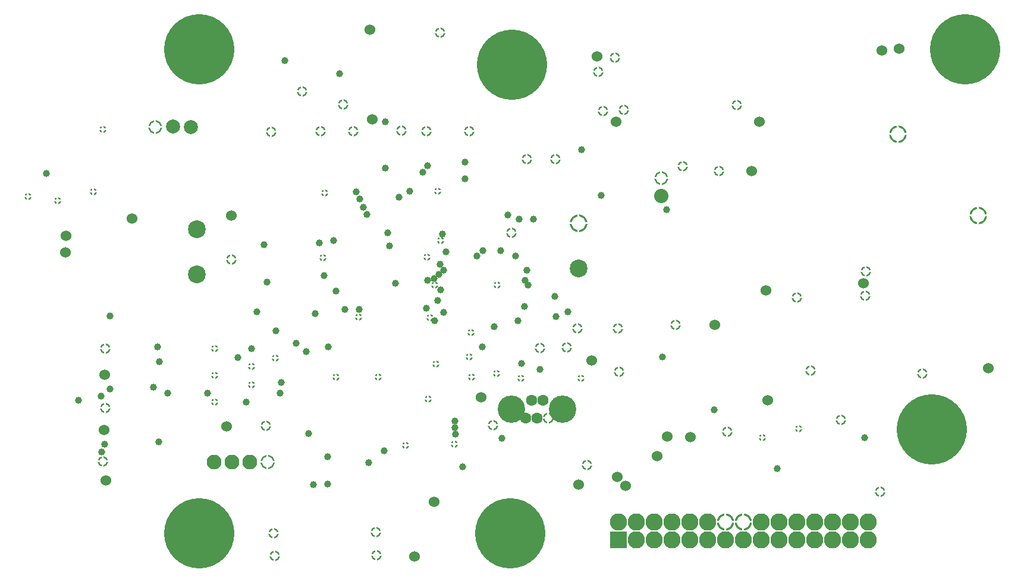
<source format=gbr>
G04 EasyPC Gerber Version 21.0.3 Build 4286 *
%FSLAX35Y35*%
%MOIN*%
%ADD27R,0.09677X0.09677*%
%ADD82C,0.03969*%
%ADD80C,0.06000*%
%ADD76C,0.06331*%
%ADD72C,0.07906*%
%ADD29C,0.08000*%
%ADD73C,0.08299*%
%ADD28C,0.09677*%
%ADD74C,0.09972*%
%ADD77C,0.15386*%
%ADD26C,0.39402*%
%AMT79*0 Thermal pad*7,0,0,0.03969,0.01969,0.01000,0*%
%ADD79T79*%
%AMT78*0 Thermal pad*7,0,0,0.06000,0.04000,0.01000,0*%
%ADD78T78*%
%AMT75*0 Thermal pad*7,0,0,0.06331,0.04331,0.01000,0*%
%ADD75T75*%
%AMT85*0 Thermal pad*7,0,0,0.07906,0.05906,0.01000,0*%
%ADD85T85*%
%AMT84*0 Thermal pad*7,0,0,0.08000,0.06000,0.01000,0*%
%ADD84T84*%
%AMT86*0 Thermal pad*7,0,0,0.08299,0.06299,0.01000,0*%
%ADD86T86*%
%AMT83*0 Thermal pad*7,0,0,0.09677,0.07677,0.01000,0*%
%ADD83T83*%
%AMT88*0 Thermal pad*7,0,0,0.09874,0.07874,0.01000,0*%
%ADD88T88*%
%AMT87*0 Thermal pad*7,0,0,0.09972,0.07972,0.01000,0*%
%ADD87T87*%
X0Y0D02*
D02*
D26*
X101023Y63801D03*
Y335454D03*
X275600Y63801D03*
X276387Y326667D03*
X511820Y121943D03*
X530324Y335454D03*
D02*
D27*
X336230Y60132D03*
D02*
D28*
Y70132D03*
X346230Y60132D03*
Y70132D03*
X356230Y60132D03*
Y70132D03*
X366230Y60132D03*
Y70132D03*
X376230Y60132D03*
Y70132D03*
X386230Y60132D03*
Y70132D03*
X396230Y60132D03*
X406230D03*
X416230D03*
Y70132D03*
X426230Y60132D03*
Y70132D03*
X436230Y60132D03*
Y70132D03*
X446230Y60132D03*
Y70132D03*
X456230Y60132D03*
Y70132D03*
X466230Y60132D03*
Y70132D03*
X476230Y60132D03*
Y70132D03*
D02*
D29*
X360246Y253071D03*
D02*
D72*
X86531Y291852D03*
X96531Y291784D03*
D02*
D73*
X109393Y103676D03*
X119393Y103608D03*
X129393Y103676D03*
D02*
D74*
X99714Y208829D03*
Y234419D03*
X313691Y212222D03*
D02*
D75*
X296860Y128242D03*
D02*
D76*
X284261D03*
X287411Y138478D03*
X290561Y128242D03*
X293710Y138478D03*
D02*
D77*
X276191Y133360D03*
X304931D03*
D02*
D78*
X47254Y103833D03*
X48435Y134148D03*
Y167219D03*
X119301Y217219D03*
X138592Y123911D03*
X141348Y288872D03*
X142923Y63675D03*
X143317Y51077D03*
X158671Y311707D03*
X169301Y289266D03*
X181702Y304423D03*
X187411Y289266D03*
X200009Y64463D03*
X200403Y51470D03*
X214576Y289659D03*
X228356Y289266D03*
X236230Y344778D03*
X252372Y289266D03*
X265757Y124305D03*
X275994Y232179D03*
X284655Y273518D03*
X292135Y167612D03*
X300797Y273518D03*
X307096Y168006D03*
X313002Y178636D03*
X318513Y101864D03*
X324813Y322730D03*
X327569Y300683D03*
X334261Y330604D03*
X335836Y178636D03*
X336624Y154226D03*
X338986Y301470D03*
X368120Y180604D03*
X372057Y269581D03*
X392529Y266825D03*
X397254Y120762D03*
X402372Y303833D03*
X436230Y195959D03*
X443710Y155014D03*
X460639Y127455D03*
X474419Y197140D03*
X474813Y210526D03*
X482687Y86904D03*
X506309Y153439D03*
D02*
D79*
X5128Y252652D03*
X21663Y250289D03*
X41742Y255407D03*
X47254Y290447D03*
X109852Y137297D03*
Y152258D03*
Y167219D03*
X130324Y147140D03*
Y157376D03*
X143710Y162100D03*
X170482Y218400D03*
X171466Y254620D03*
X177962Y151470D03*
X190561Y184935D03*
X201584Y151470D03*
X216939Y112888D03*
X228750Y218793D03*
X229537Y138872D03*
X230521Y184541D03*
X233080Y202848D03*
X233868Y158557D03*
X234655Y255801D03*
X236624Y227848D03*
X244104Y113675D03*
X252372Y162494D03*
X253553Y176274D03*
X253946Y151470D03*
X267726Y153439D03*
X268120Y203045D03*
X281506Y150683D03*
X314970D03*
X416939Y117219D03*
X437017Y122337D03*
D02*
D80*
X25994Y221156D03*
X26387Y230604D03*
X47647Y121549D03*
X48041Y152652D03*
X48828Y93203D03*
X63395Y240427D03*
X116545Y123518D03*
X119301Y242022D03*
X196860Y346352D03*
X198041Y295959D03*
X221663Y50683D03*
X232687Y81392D03*
X259065Y140053D03*
X313789Y90841D03*
X321269Y160526D03*
X324025Y331392D03*
X334655Y294778D03*
X335443Y95171D03*
X340167Y90447D03*
X357883Y106982D03*
X363395Y118006D03*
X376387Y117612D03*
X390167Y180604D03*
X410639Y266825D03*
X415167Y294778D03*
X418907Y199896D03*
X419694Y138478D03*
X473631Y203833D03*
X483868Y334541D03*
X493317Y335722D03*
X543317Y156195D03*
D02*
D82*
X15364Y265644D03*
X33474Y138478D03*
X46072Y140663D03*
X46466Y109344D03*
X48041Y113675D03*
X51191Y144778D03*
Y185722D03*
X75600Y145565D03*
X77962Y168222D03*
X78356Y114856D03*
X78750Y160132D03*
X83474Y142258D03*
X105915D03*
X122844Y162258D03*
X127569Y137258D03*
X130324Y167219D03*
X133474Y188085D03*
X137411Y225656D03*
X138986Y204620D03*
X144301Y177455D03*
X146466Y142258D03*
X147254Y148321D03*
X149222Y329030D03*
X155521Y170368D03*
X161033Y165644D03*
X162383Y119581D03*
X164970Y90841D03*
X166151Y186904D03*
X168513Y226667D03*
X171269Y208163D03*
X173238Y91234D03*
Y106589D03*
X173631Y168400D03*
X176387Y227848D03*
X177962Y199502D03*
X179931Y321549D03*
X182687Y189266D03*
X189183Y255407D03*
X190954Y189266D03*
X191151Y251470D03*
X193120Y246746D03*
X195088Y242809D03*
X196072Y103439D03*
X204734Y110132D03*
X205521Y268793D03*
Y294778D03*
X206899Y232179D03*
X207883Y225093D03*
X211033Y203833D03*
X213002Y252258D03*
X219301Y255801D03*
X226584Y266431D03*
X228356Y190053D03*
X229143Y205801D03*
Y269974D03*
X232687Y206589D03*
X233080Y182967D03*
X234655Y194384D03*
X235443Y208951D03*
X236230Y214659D03*
X236624Y200289D03*
X237411Y231785D03*
X238198Y187691D03*
Y211313D03*
X239380Y221746D03*
X244498Y123124D03*
Y126667D03*
X244891Y119187D03*
X248828Y101077D03*
X250009Y262494D03*
Y271943D03*
X256702Y219187D03*
X259852Y168400D03*
X260246Y222337D03*
X266545Y179817D03*
X270088Y222337D03*
X270876Y116825D03*
X274025Y242415D03*
X278356Y219187D03*
X279931Y182967D03*
X280521Y240053D03*
X281899Y158951D03*
X283474Y190841D03*
X283868Y205801D03*
X284655Y211313D03*
X285443Y203045D03*
X288592Y240053D03*
X292135Y155801D03*
X300403Y196746D03*
X301191Y185329D03*
X307883Y187860D03*
X315364Y279030D03*
X326387Y253439D03*
X360639Y162494D03*
X363002Y245171D03*
X389773Y132967D03*
X425049Y99896D03*
X474025Y117356D03*
D02*
D83*
X396230Y70132D03*
X406230D03*
D02*
D84*
X360246Y262888D03*
D02*
D85*
X76531Y291784D03*
D02*
D86*
X139380Y103676D03*
D02*
D87*
X313691Y237813D03*
D02*
D88*
X492923Y287691D03*
X537805Y242022D03*
X0Y0D02*
M02*

</source>
